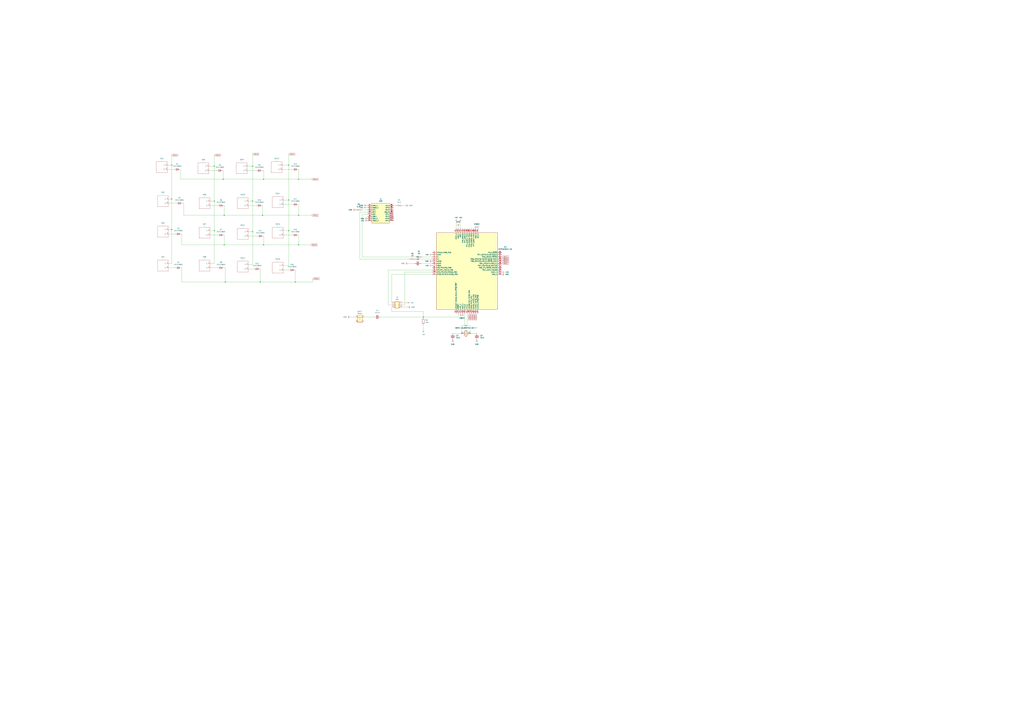
<source format=kicad_sch>
(kicad_sch (version 20250114) (generator "eeschema") (generator_version "9.0")
  (paper "A0")
  (lib_symbols
    (symbol "Atmega32u4:ATMEGA32U4-AU"
      (property "Reference" "IC" (at 77.47 27.94 0))
      (property "Value" "ATMEGA32U4-AU" (at 77.47 25.4 0))
      (symbol "ATMEGA32U4-AU_1_1"
        (rectangle (start 5.08 22.86) (end 76.2 -66.04) (stroke (width 0.254)) (fill (type background)))
        (pin passive line (at 0 0 0) (length 5.08) (name "(INT.6/AIN0)_PE6") (number "1"))
        (pin passive line (at 0 -2.54 0) (length 5.08) (name "UVCC") (number "2"))
        (pin passive line (at 0 -5.08 0) (length 5.08) (name "D-") (number "3"))
        (pin passive line (at 0 -7.62 0) (length 5.08) (name "D+") (number "4"))
        (pin passive line (at 0 -10.16 0) (length 5.08) (name "UGND") (number "5"))
        (pin passive line (at 0 -12.7 0) (length 5.08) (name "UCAP") (number "6"))
        (pin passive line (at 0 -15.24 0) (length 5.08) (name "VBUS") (number "7"))
        (pin passive line (at 0 -17.78 0) (length 5.08) (name "(SS/PCINT0)_PB0") (number "8"))
        (pin passive line (at 0 -20.32 0) (length 5.08) (name "(PCINT1/SCLK)_PB1") (number "9"))
        (pin passive line (at 0 -22.86 0) (length 5.08) (name "(PDI/PCINT2/MOSI)_PB2") (number "10"))
        (pin passive line (at 0 -25.4 0) (length 5.08) (name "(PDO/PCINT3/MISO)_PB3") (number "11"))
        (pin passive line (at 27.94 27.94 270) (length 5.08) (name "AVCC_2") (number "44"))
        (pin passive line (at 27.94 -71.12 90) (length 5.08) (name "(PCINT7/OC0A/OC1C/~{RTS)_PB7}") (number "12"))
        (pin passive line (at 30.48 27.94 270) (length 5.08) (name "GND_4") (number "43"))
        (pin passive line (at 30.48 -71.12 90) (length 5.08) (name "~{RESET}") (number "13"))
        (pin passive line (at 33.02 27.94 270) (length 5.08) (name "AREF") (number "42"))
        (pin passive line (at 33.02 -71.12 90) (length 5.08) (name "VCC_1") (number "14"))
        (pin passive line (at 35.56 27.94 270) (length 5.08) (name "PF0_(ADC0)") (number "41"))
        (pin passive line (at 35.56 -71.12 90) (length 5.08) (name "GND_1") (number "15"))
        (pin passive line (at 38.1 27.94 270) (length 5.08) (name "PF1_(ADC1)") (number "40"))
        (pin passive line (at 38.1 -71.12 90) (length 5.08) (name "XTAL2") (number "16"))
        (pin passive line (at 40.64 27.94 270) (length 5.08) (name "PF4_(ADC4/TCK)") (number "39"))
        (pin passive line (at 40.64 -71.12 90) (length 5.08) (name "XTAL1") (number "17"))
        (pin passive line (at 43.18 27.94 270) (length 5.08) (name "PF5_(ADC5/TMS)") (number "38"))
        (pin passive line (at 43.18 -71.12 90) (length 5.08) (name "(OC0B/SCL/INT0)_PD0") (number "18"))
        (pin passive line (at 45.72 27.94 270) (length 5.08) (name "PF6_(ADC6/TDO)") (number "37"))
        (pin passive line (at 45.72 -71.12 90) (length 5.08) (name "(SDA/INT1)_PD1") (number "19"))
        (pin passive line (at 48.26 27.94 270) (length 5.08) (name "PF7_(ADC7/TDI)") (number "36"))
        (pin passive line (at 48.26 -71.12 90) (length 5.08) (name "(RXD1/INT2)_PD2") (number "20"))
        (pin passive line (at 50.8 27.94 270) (length 5.08) (name "GND_3") (number "35"))
        (pin passive line (at 50.8 -71.12 90) (length 5.08) (name "(TXD1/INT3)_PD3") (number "21"))
        (pin passive line (at 53.34 27.94 270) (length 5.08) (name "VCC_2") (number "34"))
        (pin passive line (at 53.34 -71.12 90) (length 5.08) (name "(XCK1/~{CTS)_PD5}") (number "22"))
        (pin passive line (at 81.28 0 180) (length 5.08) (name "PE2_(~{HWB)}") (number "33"))
        (pin passive line (at 81.28 -2.54 180) (length 5.08) (name "PC7_(ICP3/CLK0/OC)4A") (number "32"))
        (pin passive line (at 81.28 -5.08 180) (length 5.08) (name "PC6_(OC3A/~{OC4A)}") (number "31"))
        (pin passive line (at 81.28 -7.62 180) (length 5.08) (name "PB6_(PCINT6/OC1B/OC4B/ADC)") (number "30"))
        (pin passive line (at 81.28 -10.16 180) (length 5.08) (name "PB5_(PCINT5/OC1A/~{OC4B}/ADC)") (number "29"))
        (pin passive line (at 81.28 -12.7 180) (length 5.08) (name "PB4_(PCINT4/ADC11)") (number "28"))
        (pin passive line (at 81.28 -15.24 180) (length 5.08) (name "PD7_(T0/OC4D/ADC10)") (number "27"))
        (pin passive line (at 81.28 -17.78 180) (length 5.08) (name "PD6_(T1/~{OC4D}/ADC9)") (number "26"))
        (pin passive line (at 81.28 -20.32 180) (length 5.08) (name "PD4_(ICP1/ADC8)") (number "25"))
        (pin passive line (at 81.28 -22.86 180) (length 5.08) (name "AVCC_1") (number "24"))
        (pin passive line (at 81.28 -25.4 180) (length 5.08) (name "GND_2") (number "23"))
      )
    )
    (symbol "Connector_Generic:Conn_02x03_Odd_Even" (pin_names (offset 1.016) (hide yes))
      (property "Reference" "J" (at 1.27 5.08 0))
      (property "Value" "Conn_02x03_Odd_Even" (at 1.27 -5.08 0))
      (symbol "Conn_02x03_Odd_Even_1_1"
        (rectangle (start -1.27 3.81) (end 3.81 -3.81) (stroke (width 0.254)) (fill (type background)))
        (rectangle (start -1.27 2.667) (end 0 2.413) (stroke (width 0.1524)))
        (rectangle (start -1.27 0.127) (end 0 -0.127) (stroke (width 0.1524)))
        (rectangle (start -1.27 -2.413) (end 0 -2.667) (stroke (width 0.1524)))
        (rectangle (start 3.81 2.667) (end 2.54 2.413) (stroke (width 0.1524)))
        (rectangle (start 3.81 0.127) (end 2.54 -0.127) (stroke (width 0.1524)))
        (rectangle (start 3.81 -2.413) (end 2.54 -2.667) (stroke (width 0.1524)))
        (pin passive line (at -5.08 2.54 0) (length 3.81) (name "Pin_1") (number "1"))
        (pin passive line (at -5.08 0 0) (length 3.81) (name "Pin_3") (number "3"))
        (pin passive line (at -5.08 -2.54 0) (length 3.81) (name "Pin_5") (number "5"))
        (pin passive line (at 7.62 2.54 180) (length 3.81) (name "Pin_2") (number "2"))
        (pin passive line (at 7.62 0 180) (length 3.81) (name "Pin_4") (number "4"))
        (pin passive line (at 7.62 -2.54 180) (length 3.81) (name "Pin_6") (number "6"))
      )
    )
    (symbol "Crystal ABM3-16.000MHZ-D2Y-T:ABM3-16.000MHZ-D2Y-T" (pin_names (hide yes))
      (property "Reference" "Y" (at 8.89 6.35 0))
      (property "Value" "ABM3-16.000MHZ-D2Y-T" (at 8.89 3.81 0))
      (symbol "ABM3-16.000MHZ-D2Y-T_1_1"
        (polyline (pts (xy 3.048 2.54) (xy 3.048 -2.54)) (stroke (width 0.254)))
        (polyline (pts (xy 3.048 0) (xy 2.54 0)) (stroke (width 0.254)))
        (rectangle (start 4.064 3.556) (end 6.096 -3.556) (stroke (width 0.254)) (fill (type background)))
        (polyline (pts (xy 7.112 2.54) (xy 7.112 -2.54)) (stroke (width 0.254)))
        (polyline (pts (xy 7.112 0) (xy 7.62 0)) (stroke (width 0.254)))
        (pin passive line (at 0 0 0) (length 2.54) (name "1") (number "1"))
        (pin passive line (at 10.16 0 180) (length 2.54) (name "2") (number "2"))
      )
    )
    (symbol "Device:C" (pin_numbers (hide yes)) (pin_names (offset 0.254))
      (property "Reference" "C" (at 0.635 2.54 0))
      (property "Value" "C" (at 0.635 -2.54 0))
      (symbol "C_0_1"
        (polyline (pts (xy -2.032 0.762) (xy 2.032 0.762)) (stroke (width 0.508)))
        (polyline (pts (xy -2.032 -0.762) (xy 2.032 -0.762)) (stroke (width 0.508)))
      )
      (symbol "C_1_1"
        (pin passive line (at 0 3.81 270) (length 2.794) (name "~") (number "1"))
        (pin passive line (at 0 -3.81 90) (length 2.794) (name "~") (number "2"))
      )
    )
    (symbol "Device:R" (pin_numbers (hide yes)) (pin_names (offset 0))
      (property "Reference" "R" (at 2.032 0 90))
      (property "Value" "R" (at 0 0 90))
      (symbol "R_0_1"
        (rectangle (start -1.016 -2.54) (end 1.016 2.54) (stroke (width 0.254)))
      )
      (symbol "R_1_1"
        (pin passive line (at 0 3.81 270) (length 1.27) (name "~") (number "1"))
        (pin passive line (at 0 -3.81 90) (length 1.27) (name "~") (number "2"))
      )
    )
    (symbol "Device:R_US" (pin_numbers (hide yes)) (pin_names (offset 0))
      (property "Reference" "R" (at 2.54 0 90))
      (property "Value" "R_US" (at -2.54 0 90))
      (symbol "R_US_0_1"
        (polyline (pts (xy 0 2.286) (xy 0 2.54)))
        (polyline (pts (xy 0 2.286) (xy 1.016 1.905) (xy 0 1.524) (xy -1.016 1.143) (xy 0 0.762)))
        (polyline (pts (xy 0 0.762) (xy 1.016 0.381) (xy 0 0) (xy -1.016 -0.381) (xy 0 -0.762)))
        (polyline (pts (xy 0 -0.762) (xy 1.016 -1.143) (xy 0 -1.524) (xy -1.016 -1.905) (xy 0 -2.286)))
        (polyline (pts (xy 0 -2.286) (xy 0 -2.54)))
      )
      (symbol "R_US_1_1"
        (pin passive line (at 0 3.81 270) (length 1.27) (name "~") (number "1"))
        (pin passive line (at 0 -3.81 90) (length 1.27) (name "~") (number "2"))
      )
    )
    (symbol "Diode:1N4148WS" (pin_numbers (hide yes)) (pin_names (hide yes))
      (property "Reference" "D" (at 0 2.54 0))
      (property "Value" "1N4148WS" (at 0 -2.54 0))
      (symbol "1N4148WS_0_1"
        (polyline (pts (xy -1.27 1.27) (xy -1.27 -1.27)) (stroke (width 0.254)))
        (polyline (pts (xy 1.27 1.27) (xy 1.27 -1.27) (xy -1.27 0) (xy 1.27 1.27)) (stroke (width 0.254)))
        (polyline (pts (xy 1.27 0) (xy -1.27 0)))
      )
      (symbol "1N4148WS_1_1"
        (pin passive line (at -3.81 0 0) (length 2.54) (name "K") (number "1"))
        (pin passive line (at 3.81 0 180) (length 2.54) (name "A") (number "2"))
      )
    )
    (symbol "MX1A-G1NW_1"
      (property "Reference" "SW1" (at 0 10.16 0))
      (property "Value" "~" (at 0 7.62 0))
      (symbol "MX1A-G1NW_1_0_1"
        (rectangle (start -6.35 6.35) (end 6.35 -6.35))
      )
      (symbol "MX1A-G1NW_1_1_1"
        (pin passive line (at 6.35 2.54 180) (length 2.54) (name "1") (number "1"))
        (pin passive line (at 6.35 -2.54 180) (length 2.54) (name "2") (number "2"))
      )
    )
    (symbol "MX1A-G1NW_10"
      (property "Reference" "SW" (at 0 0 0))
      (symbol "MX1A-G1NW_10_0_1"
        (rectangle (start -6.35 6.35) (end 6.35 -6.35))
      )
      (symbol "MX1A-G1NW_10_1_1"
        (pin passive line (at 6.35 2.54 180) (length 2.54) (name "1") (number "1"))
        (pin passive line (at 6.35 -2.54 180) (length 2.54) (name "2") (number "2"))
      )
    )
    (symbol "MX1A-G1NW_11"
      (property "Reference" "SW" (at 0 0 0))
      (symbol "MX1A-G1NW_11_0_1"
        (rectangle (start -6.35 6.35) (end 6.35 -6.35))
      )
      (symbol "MX1A-G1NW_11_1_1"
        (pin passive line (at 6.35 2.54 180) (length 2.54) (name "1") (number "1"))
        (pin passive line (at 6.35 -2.54 180) (length 2.54) (name "2") (number "2"))
      )
    )
    (symbol "MX1A-G1NW_12"
      (property "Reference" "SW" (at 0 0 0))
      (symbol "MX1A-G1NW_12_0_1"
        (rectangle (start -6.35 6.35) (end 6.35 -6.35))
      )
      (symbol "MX1A-G1NW_12_1_1"
        (pin passive line (at 6.35 2.54 180) (length 2.54) (name "1") (number "1"))
        (pin passive line (at 6.35 -2.54 180) (length 2.54) (name "2") (number "2"))
      )
    )
    (symbol "MX1A-G1NW_13"
      (property "Reference" "SW" (at 0 0 0))
      (symbol "MX1A-G1NW_13_0_1"
        (rectangle (start -6.35 6.35) (end 6.35 -6.35))
      )
      (symbol "MX1A-G1NW_13_1_1"
        (pin passive line (at 6.35 2.54 180) (length 2.54) (name "1") (number "1"))
        (pin passive line (at 6.35 -2.54 180) (length 2.54) (name "2") (number "2"))
      )
    )
    (symbol "MX1A-G1NW_14"
      (property "Reference" "SW" (at 0 0 0))
      (symbol "MX1A-G1NW_14_0_1"
        (rectangle (start -6.35 6.35) (end 6.35 -6.35))
      )
      (symbol "MX1A-G1NW_14_1_1"
        (pin passive line (at 6.35 2.54 180) (length 2.54) (name "1") (number "1"))
        (pin passive line (at 6.35 -2.54 180) (length 2.54) (name "2") (number "2"))
      )
    )
    (symbol "MX1A-G1NW_15"
      (property "Reference" "SW" (at 0 0 0))
      (symbol "MX1A-G1NW_15_0_1"
        (rectangle (start -6.35 6.35) (end 6.35 -6.35))
      )
      (symbol "MX1A-G1NW_15_1_1"
        (pin passive line (at 6.35 2.54 180) (length 2.54) (name "1") (number "1"))
        (pin passive line (at 6.35 -2.54 180) (length 2.54) (name "2") (number "2"))
      )
    )
    (symbol "MX1A-G1NW_2"
      (property "Reference" "SW" (at 0 0 0))
      (symbol "MX1A-G1NW_2_0_1"
        (rectangle (start -6.35 6.35) (end 6.35 -6.35))
      )
      (symbol "MX1A-G1NW_2_1_1"
        (pin passive line (at 6.35 2.54 180) (length 2.54) (name "1") (number "1"))
        (pin passive line (at 6.35 -2.54 180) (length 2.54) (name "2") (number "2"))
      )
    )
    (symbol "MX1A-G1NW_3"
      (property "Reference" "SW" (at 0 0 0))
      (symbol "MX1A-G1NW_3_0_1"
        (rectangle (start -6.35 6.35) (end 6.35 -6.35))
      )
      (symbol "MX1A-G1NW_3_1_1"
        (pin passive line (at 6.35 2.54 180) (length 2.54) (name "1") (number "1"))
        (pin passive line (at 6.35 -2.54 180) (length 2.54) (name "2") (number "2"))
      )
    )
    (symbol "MX1A-G1NW_4"
      (property "Reference" "SW" (at 0 0 0))
      (symbol "MX1A-G1NW_4_0_1"
        (rectangle (start -6.35 6.35) (end 6.35 -6.35))
      )
      (symbol "MX1A-G1NW_4_1_1"
        (pin passive line (at 6.35 2.54 180) (length 2.54) (name "1") (number "1"))
        (pin passive line (at 6.35 -2.54 180) (length 2.54) (name "2") (number "2"))
      )
    )
    (symbol "MX1A-G1NW_5"
      (property "Reference" "SW" (at 0 0 0))
      (symbol "MX1A-G1NW_5_0_1"
        (rectangle (start -6.35 6.35) (end 6.35 -6.35))
      )
      (symbol "MX1A-G1NW_5_1_1"
        (pin passive line (at 6.35 2.54 180) (length 2.54) (name "1") (number "1"))
        (pin passive line (at 6.35 -2.54 180) (length 2.54) (name "2") (number "2"))
      )
    )
    (symbol "MX1A-G1NW_6"
      (property "Reference" "SW" (at 0 0 0))
      (symbol "MX1A-G1NW_6_0_1"
        (rectangle (start -6.35 6.35) (end 6.35 -6.35))
      )
      (symbol "MX1A-G1NW_6_1_1"
        (pin passive line (at 6.35 2.54 180) (length 2.54) (name "1") (number "1"))
        (pin passive line (at 6.35 -2.54 180) (length 2.54) (name "2") (number "2"))
      )
    )
    (symbol "MX1A-G1NW_7"
      (property "Reference" "SW" (at 0 0 0))
      (symbol "MX1A-G1NW_7_0_1"
        (rectangle (start -6.35 6.35) (end 6.35 -6.35))
      )
      (symbol "MX1A-G1NW_7_1_1"
        (pin passive line (at 6.35 2.54 180) (length 2.54) (name "1") (number "1"))
        (pin passive line (at 6.35 -2.54 180) (length 2.54) (name "2") (number "2"))
      )
    )
    (symbol "MX1A-G1NW_8"
      (property "Reference" "SW" (at 0 0 0))
      (symbol "MX1A-G1NW_8_0_1"
        (rectangle (start -6.35 6.35) (end 6.35 -6.35))
      )
      (symbol "MX1A-G1NW_8_1_1"
        (pin passive line (at 6.35 2.54 180) (length 2.54) (name "1") (number "1"))
        (pin passive line (at 6.35 -2.54 180) (length 2.54) (name "2") (number "2"))
      )
    )
    (symbol "MX1A-G1NW_9"
      (property "Reference" "SW" (at 0 0 0))
      (symbol "MX1A-G1NW_9_0_1"
        (rectangle (start -6.35 6.35) (end 6.35 -6.35))
      )
      (symbol "MX1A-G1NW_9_1_1"
        (pin passive line (at 6.35 2.54 180) (length 2.54) (name "1") (number "1"))
        (pin passive line (at 6.35 -2.54 180) (length 2.54) (name "2") (number "2"))
      )
    )
    (symbol "Switch:SW_Push_Open_Dual" (pin_names (offset 1.016) (hide yes))
      (property "Reference" "SW" (at 0 3.81 0))
      (property "Value" "SW_Push_Open_Dual" (at 0 -7.62 0))
      (symbol "SW_Push_Open_Dual_0_1"
        (circle (center -2.032 0) (radius 0.508))
        (circle (center -2.032 -5.08) (radius 0.508))
        (polyline (pts (xy 0 -0.635) (xy 0 1.143)))
        (polyline (pts (xy 0 -1.397) (xy 0 -0.889)))
        (polyline (pts (xy 0 -2.413) (xy 0 -1.905)))
        (polyline (pts (xy 0 -3.429) (xy 0 -2.921)))
        (polyline (pts (xy 0 -3.937) (xy 0 -4.445)))
        (polyline (pts (xy 0 -4.953) (xy 0 -5.461)))
        (circle (center 2.032 0) (radius 0.508))
        (circle (center 2.032 -5.08) (radius 0.508))
        (polyline (pts (xy 2.54 -0.635) (xy -2.54 -0.635)))
        (polyline (pts (xy 2.54 -5.715) (xy -2.54 -5.715)))
        (pin passive line (at -5.08 0 0) (length 2.54) (name "1") (number "1"))
        (pin passive line (at -5.08 -5.08 0) (length 2.54) (name "3") (number "3"))
        (pin passive line (at 5.08 0 180) (length 2.54) (name "2") (number "2"))
        (pin passive line (at 5.08 -5.08 180) (length 2.54) (name "4") (number "4"))
      )
      (symbol "SW_Push_Open_Dual_1_1"
        (rectangle (start -3.175 1.905) (end 3.175 -6.35) (fill (type background)))
      )
    )
    (symbol "USB Connectors Type C:UJ20-C-H-G-SMT-5-P16-TR"
      (property "Reference" "J" (at 26.67 7.62 0))
      (property "Value" "UJ20-C-H-G-SMT-5-P16-TR" (at 26.67 5.08 0))
      (symbol "UJ20-C-H-G-SMT-5-P16-TR_1_1"
        (rectangle (start 5.08 2.54) (end 25.4 -20.32) (stroke (width 0.254)) (fill (type background)))
        (pin passive line (at 0 0 0) (length 5.08) (name "GND_1") (number "A1"))
        (pin passive line (at 0 -2.54 0) (length 5.08) (name "VBUS_1") (number "A4"))
        (pin passive line (at 0 -5.08 0) (length 5.08) (name "CC1") (number "A5"))
        (pin passive line (at 0 -7.62 0) (length 5.08) (name "DP1") (number "A6"))
        (pin passive line (at 0 -10.16 0) (length 5.08) (name "DN1") (number "A7"))
        (pin passive line (at 0 -12.7 0) (length 5.08) (name "SBU1") (number "A8"))
        (pin passive line (at 0 -15.24 0) (length 5.08) (name "GND_2") (number "B1"))
        (pin passive line (at 0 -17.78 0) (length 5.08) (name "VBUS_2") (number "B4"))
        (pin passive line (at 30.48 0 180) (length 5.08) (name "CC2") (number "B5"))
        (pin passive line (at 30.48 -2.54 180) (length 5.08) (name "DP2") (number "B6"))
        (pin passive line (at 30.48 -5.08 180) (length 5.08) (name "DN2") (number "B7"))
        (pin passive line (at 30.48 -7.62 180) (length 5.08) (name "SBU2") (number "B8"))
        (pin passive line (at 30.48 -10.16 180) (length 5.08) (name "MP1") (number "MP1"))
        (pin passive line (at 30.48 -12.7 180) (length 5.08) (name "MP2") (number "MP2"))
        (pin passive line (at 30.48 -15.24 180) (length 5.08) (name "MP3") (number "MP3"))
        (pin passive line (at 30.48 -17.78 180) (length 5.08) (name "MP4") (number "MP4"))
      )
    )
    (symbol "cherry_mx_key:MX1A-G1NW"
      (property "Reference" "SW" (at 0 0 0))
      (symbol "MX1A-G1NW_0_1"
        (rectangle (start -6.35 6.35) (end 6.35 -6.35))
      )
      (symbol "MX1A-G1NW_1_1"
        (pin passive line (at 6.35 2.54 180) (length 2.54) (name "1") (number "1"))
        (pin passive line (at 6.35 -2.54 180) (length 2.54) (name "2") (number "2"))
      )
    )
    (symbol "power:+5V" (power) (pin_numbers (hide yes)) (pin_names (offset 0) (hide yes))
      (property "Value" "+5V" (at 0 3.556 0))
      (symbol "+5V_0_1"
        (polyline (pts (xy -0.762 1.27) (xy 0 2.54)))
        (polyline (pts (xy 0 2.54) (xy 0.762 1.27)))
        (polyline (pts (xy 0 0) (xy 0 2.54)))
      )
      (symbol "+5V_1_1"
        (pin power_in line (at 0 0 90) (length 0) (name "~") (number "1"))
      )
    )
    (symbol "power:GND" (power) (pin_numbers (hide yes)) (pin_names (offset 0) (hide yes))
      (property "Value" "GND" (at 0 -3.81 0))
      (symbol "GND_0_1"
        (polyline (pts (xy 0 0) (xy 0 -1.27) (xy 1.27 -1.27) (xy 0 -2.54) (xy -1.27 -1.27) (xy 0 -1.27)))
      )
      (symbol "GND_1_1"
        (pin power_in line (at 0 0 270) (length 0) (name "~") (number "1"))
      )
    )
  )
  (junction (at 535.94 387.35))
  (junction (at 260.35 284.48))
  (junction (at 261.62 327.66))
  (junction (at 306.07 284.48))
  (junction (at 342.9 327.66))
  (junction (at 346.71 284.48))
  (junction (at 335.28 191.77))
  (junction (at 260.35 250.19))
  (junction (at 248.92 267.97))
  (junction (at 199.39 231.14))
  (junction (at 259.08 208.28))
  (junction (at 199.39 266.7))
  (junction (at 491.49 368.3))
  (junction (at 335.28 267.97))
  (junction (at 546.1 387.35))
  (junction (at 248.92 233.68))
  (junction (at 293.37 269.24))
  (junction (at 302.26 327.66))
  (junction (at 199.39 191.77))
  (junction (at 304.8 250.19))
  (junction (at 248.92 193.04))
  (junction (at 346.71 250.19))
  (junction (at 306.07 208.28))
  (junction (at 293.37 193.04))
  (junction (at 335.28 232.41))
  (junction (at 346.71 208.28))
  (junction (at 293.37 233.68))
  (wire (pts (xy 346.71 250.19) (xy 361.95 250.19)))
  (wire (pts (xy 195.58 311.15) (xy 203.2 311.15)))
  (wire (pts (xy 469.9 316.23) (xy 469.9 354.33)))
  (wire (pts (xy 288.29 274.32) (xy 298.45 274.32)))
  (wire (pts (xy 261.62 311.15) (xy 261.62 327.66)))
  (wire (pts (xy 293.37 233.68) (xy 293.37 269.24)))
  (wire (pts (xy 490.22 298.45) (xy 501.65 298.45)))
  (wire (pts (xy 346.71 196.85) (xy 346.71 208.28)))
  (wire (pts (xy 467.36 238.76) (xy 471.17 238.76)))
  (wire (pts (xy 248.92 180.34) (xy 248.92 193.04)))
  (wire (pts (xy 213.36 236.22) (xy 213.36 250.19)))
  (wire (pts (xy 525.78 387.35) (xy 535.94 387.35)))
  (wire (pts (xy 209.55 208.28) (xy 259.08 208.28)))
  (wire (pts (xy 450.85 313.69) (xy 450.85 354.33)))
  (wire (pts (xy 542.29 378.46) (xy 546.1 378.46)))
  (wire (pts (xy 328.93 232.41) (xy 335.28 232.41)))
  (wire (pts (xy 288.29 312.42) (xy 294.64 312.42)))
  (wire (pts (xy 539.75 378.46) (xy 535.94 378.46)))
  (wire (pts (xy 243.84 311.15) (xy 252.73 311.15)))
  (wire (pts (xy 242.57 198.12) (xy 251.46 198.12)))
  (wire (pts (xy 199.39 266.7) (xy 199.39 306.07)))
  (wire (pts (xy 474.98 300.99) (xy 417.83 300.99)))
  (wire (pts (xy 293.37 307.34) (xy 288.29 307.34)))
  (wire (pts (xy 260.35 250.19) (xy 304.8 250.19)))
  (wire (pts (xy 441.96 368.3) (xy 491.49 368.3)))
  (wire (pts (xy 259.08 198.12) (xy 259.08 208.28)))
  (wire (pts (xy 467.36 356.87) (xy 473.71 356.87)))
  (wire (pts (xy 304.8 250.19) (xy 346.71 250.19)))
  (wire (pts (xy 420.37 243.84) (xy 426.72 243.84)))
  (wire (pts (xy 425.45 241.3) (xy 426.72 241.3)))
  (wire (pts (xy 209.55 196.85) (xy 209.55 208.28)))
  (wire (pts (xy 328.93 267.97) (xy 335.28 267.97)))
  (wire (pts (xy 260.35 311.15) (xy 261.62 311.15)))
  (wire (pts (xy 454.66 318.77) (xy 501.65 318.77)))
  (wire (pts (xy 363.22 323.85) (xy 363.22 327.66)))
  (wire (pts (xy 199.39 180.34) (xy 199.39 191.77)))
  (wire (pts (xy 532.13 364.49) (xy 532.13 368.3)))
  (wire (pts (xy 199.39 231.14) (xy 199.39 266.7)))
  (wire (pts (xy 248.92 193.04) (xy 248.92 233.68)))
  (wire (pts (xy 306.07 198.12) (xy 306.07 208.28)))
  (wire (pts (xy 473.71 306.07) (xy 481.33 306.07)))
  (wire (pts (xy 243.84 267.97) (xy 248.92 267.97)))
  (wire (pts (xy 293.37 179.07) (xy 293.37 193.04)))
  (wire (pts (xy 306.07 274.32) (xy 306.07 284.48)))
  (wire (pts (xy 542.29 364.49) (xy 542.29 378.46)))
  (wire (pts (xy 260.35 284.48) (xy 306.07 284.48)))
  (wire (pts (xy 210.82 327.66) (xy 261.62 327.66)))
  (wire (pts (xy 454.66 356.87) (xy 454.66 361.95)))
  (wire (pts (xy 346.71 208.28) (xy 361.95 208.28)))
  (wire (pts (xy 546.1 387.35) (xy 553.72 387.35)))
  (wire (pts (xy 248.92 306.07) (xy 243.84 306.07)))
  (wire (pts (xy 346.71 284.48) (xy 360.68 284.48)))
  (wire (pts (xy 491.49 361.95) (xy 491.49 368.3)))
  (wire (pts (xy 288.29 238.76) (xy 297.18 238.76)))
  (wire (pts (xy 242.57 193.04) (xy 248.92 193.04)))
  (wire (pts (xy 335.28 267.97) (xy 335.28 308.61)))
  (wire (pts (xy 482.6 298.45) (xy 420.37 298.45)))
  (wire (pts (xy 417.83 246.38) (xy 426.72 246.38)))
  (wire (pts (xy 539.75 364.49) (xy 539.75 378.46)))
  (wire (pts (xy 293.37 269.24) (xy 293.37 307.34)))
  (wire (pts (xy 467.36 351.79) (xy 472.44 351.79)))
  (wire (pts (xy 457.2 238.76) (xy 459.74 238.76)))
  (wire (pts (xy 346.71 237.49) (xy 346.71 250.19)))
  (wire (pts (xy 210.82 284.48) (xy 260.35 284.48)))
  (wire (pts (xy 243.84 233.68) (xy 248.92 233.68)))
  (wire (pts (xy 194.31 196.85) (xy 201.93 196.85)))
  (wire (pts (xy 546.1 378.46) (xy 546.1 387.35)))
  (wire (pts (xy 260.35 238.76) (xy 260.35 250.19)))
  (wire (pts (xy 491.49 377.19) (xy 491.49 383.54)))
  (wire (pts (xy 469.9 354.33) (xy 467.36 354.33)))
  (wire (pts (xy 259.08 208.28) (xy 306.07 208.28)))
  (wire (pts (xy 422.91 368.3) (xy 434.34 368.3)))
  (wire (pts (xy 306.07 208.28) (xy 346.71 208.28)))
  (wire (pts (xy 342.9 327.66) (xy 363.22 327.66)))
  (wire (pts (xy 327.66 191.77) (xy 335.28 191.77)))
  (wire (pts (xy 488.95 306.07) (xy 501.65 306.07)))
  (wire (pts (xy 210.82 271.78) (xy 210.82 284.48)))
  (wire (pts (xy 243.84 273.05) (xy 252.73 273.05)))
  (wire (pts (xy 213.36 250.19) (xy 260.35 250.19)))
  (wire (pts (xy 420.37 298.45) (xy 420.37 248.92)))
  (wire (pts (xy 335.28 179.07) (xy 335.28 191.77)))
  (wire (pts (xy 261.62 327.66) (xy 302.26 327.66)))
  (wire (pts (xy 260.35 273.05) (xy 260.35 284.48)))
  (wire (pts (xy 501.65 313.69) (xy 450.85 313.69)))
  (wire (pts (xy 335.28 191.77) (xy 335.28 232.41)))
  (wire (pts (xy 535.94 378.46) (xy 535.94 387.35)))
  (wire (pts (xy 425.45 238.76) (xy 426.72 238.76)))
  (wire (pts (xy 199.39 306.07) (xy 195.58 306.07)))
  (wire (pts (xy 482.6 300.99) (xy 501.65 300.99)))
  (wire (pts (xy 199.39 191.77) (xy 199.39 231.14)))
  (wire (pts (xy 534.67 257.81) (xy 534.67 265.43)))
  (wire (pts (xy 248.92 267.97) (xy 248.92 306.07)))
  (wire (pts (xy 243.84 238.76) (xy 252.73 238.76)))
  (wire (pts (xy 287.02 193.04) (xy 293.37 193.04)))
  (wire (pts (xy 335.28 308.61) (xy 328.93 308.61)))
  (wire (pts (xy 199.39 231.14) (xy 195.58 231.14)))
  (wire (pts (xy 532.13 368.3) (xy 491.49 368.3)))
  (wire (pts (xy 306.07 284.48) (xy 346.71 284.48)))
  (wire (pts (xy 529.59 257.81) (xy 529.59 265.43)))
  (wire (pts (xy 302.26 327.66) (xy 342.9 327.66)))
  (wire (pts (xy 304.8 238.76) (xy 304.8 250.19)))
  (wire (pts (xy 327.66 196.85) (xy 339.09 196.85)))
  (wire (pts (xy 417.83 300.99) (xy 417.83 246.38)))
  (wire (pts (xy 532.13 262.89) (xy 532.13 265.43)))
  (wire (pts (xy 210.82 311.15) (xy 210.82 327.66)))
  (wire (pts (xy 342.9 313.69) (xy 342.9 327.66)))
  (wire (pts (xy 450.85 354.33) (xy 454.66 354.33)))
  (wire (pts (xy 248.92 233.68) (xy 248.92 267.97)))
  (wire (pts (xy 302.26 312.42) (xy 302.26 327.66)))
  (wire (pts (xy 346.71 273.05) (xy 346.71 284.48)))
  (wire (pts (xy 454.66 351.79) (xy 454.66 318.77)))
  (wire (pts (xy 420.37 248.92) (xy 426.72 248.92)))
  (wire (pts (xy 195.58 271.78) (xy 203.2 271.78)))
  (wire (pts (xy 288.29 269.24) (xy 293.37 269.24)))
  (wire (pts (xy 328.93 313.69) (xy 335.28 313.69)))
  (wire (pts (xy 195.58 236.22) (xy 204.47 236.22)))
  (wire (pts (xy 335.28 232.41) (xy 335.28 267.97)))
  (wire (pts (xy 491.49 368.3) (xy 491.49 369.57)))
  (wire (pts (xy 454.66 361.95) (xy 491.49 361.95)))
  (wire (pts (xy 288.29 233.68) (xy 293.37 233.68)))
  (wire (pts (xy 328.93 237.49) (xy 339.09 237.49)))
  (wire (pts (xy 406.4 368.3) (xy 412.75 368.3)))
  (wire (pts (xy 501.65 316.23) (xy 469.9 316.23)))
  (wire (pts (xy 287.02 198.12) (xy 297.18 198.12)))
  (wire (pts (xy 194.31 191.77) (xy 199.39 191.77)))
  (wire (pts (xy 293.37 193.04) (xy 293.37 233.68)))
  (wire (pts (xy 212.09 236.22) (xy 213.36 236.22)))
  (wire (pts (xy 195.58 266.7) (xy 199.39 266.7)))
  (wire (pts (xy 304.8 198.12) (xy 306.07 198.12)))
  (wire (pts (xy 328.93 273.05) (xy 339.09 273.05)))
  (global_label "ROW1" (shape input) (at 361.95 208.28 0) (property "Intersheetrefs" "${INTERSHEET_REFS}" (effects (hide yes))))
  (global_label "ROW1" (shape input) (at 582.93 306.07 0) (property "Intersheetrefs" "${INTERSHEET_REFS}" (effects (hide yes))))
  (global_label "COL3" (shape input) (at 293.37 179.07 0) (property "Intersheetrefs" "${INTERSHEET_REFS}" (effects (hide yes))))
  (global_label "COL2" (shape input) (at 547.37 364.49 270) (property "Intersheetrefs" "${INTERSHEET_REFS}" (effects (hide yes))))
  (global_label "COL1" (shape input) (at 199.39 180.34 0) (property "Intersheetrefs" "${INTERSHEET_REFS}" (effects (hide yes))))
  (global_label "COL3" (shape input) (at 549.91 364.49 270) (property "Intersheetrefs" "${INTERSHEET_REFS}" (effects (hide yes))))
  (global_label "COL2" (shape input) (at 248.92 180.34 0) (property "Intersheetrefs" "${INTERSHEET_REFS}" (effects (hide yes))))
  (global_label "COL4" (shape input) (at 552.45 364.49 270) (property "Intersheetrefs" "${INTERSHEET_REFS}" (effects (hide yes))))
  (global_label "ROW4" (shape input) (at 363.22 323.85 0) (property "Intersheetrefs" "${INTERSHEET_REFS}" (effects (hide yes))))
  (global_label "ROW2" (shape input) (at 361.95 250.19 0) (property "Intersheetrefs" "${INTERSHEET_REFS}" (effects (hide yes))))
  (global_label "ROW3" (shape input) (at 360.68 284.48 0) (property "Intersheetrefs" "${INTERSHEET_REFS}" (effects (hide yes))))
  (global_label "ROW2" (shape input) (at 582.93 303.53 0) (property "Intersheetrefs" "${INTERSHEET_REFS}" (effects (hide yes))))
  (global_label "COL1" (shape input) (at 544.83 364.49 270) (property "Intersheetrefs" "${INTERSHEET_REFS}" (effects (hide yes))))
  (global_label "COL4" (shape input) (at 335.28 179.07 0) (property "Intersheetrefs" "${INTERSHEET_REFS}" (effects (hide yes))))
  (global_label "ROW4" (shape input) (at 582.93 298.45 0) (property "Intersheetrefs" "${INTERSHEET_REFS}" (effects (hide yes))))
  (global_label "ROW3" (shape input) (at 582.93 300.99 0) (property "Intersheetrefs" "${INTERSHEET_REFS}" (effects (hide yes))))
  (symbol (lib_id "Diode:1N4148WS") (at 256.54 273.05 180) (unit 1)
    (property "Reference" "D7" (at 256.54 266.7 0))
    (property "Value" "1N4148WS" (at 256.54 269.24 0))
    (property "Footprint" "Diode_SMD:D_SOD-323" (effects (hide yes)))
    (property "Datasheet" "https://www.vishay.com/docs/85751/1n4148ws.pdf" (effects (hide yes)))
    (property "Description" "75V 0.15A Fast switching Diode, SOD-323" (effects (hide yes)))
    (property "Sim.Device" "D" (effects (hide yes)))
    (property "Sim.Pins" "1=K 2=A" (effects (hide yes)))
  )
  (symbol (lib_id "Connector_Generic:Conn_02x03_Odd_Even") (at 459.74 354.33 0) (unit 1)
    (property "Reference" "J2" (at 461.01 345.44 0))
    (property "Value" "ISP" (at 461.01 347.98 0))
    (property "Footprint" "Connector_PinHeader_2.54mm:PinHeader_2x03_P2.54mm_Vertical" (effects (hide yes)))
    (property "Description" "Generic connector, double row, 02x03, odd/even pin numbering scheme (row 1 odd numbers, row 2 even numbers), script generated (kicad-library-utils/schlib/autogen/connector/)" (effects (hide yes)))
  )
  (symbol (lib_id "Diode:1N4148WS") (at 342.9 237.49 180) (unit 1)
    (property "Reference" "D14" (at 342.9 231.14 0))
    (property "Value" "1N4148WS" (at 342.9 233.68 0))
    (property "Footprint" "Diode_SMD:D_SOD-323" (effects (hide yes)))
    (property "Datasheet" "https://www.vishay.com/docs/85751/1n4148ws.pdf" (effects (hide yes)))
    (property "Description" "75V 0.15A Fast switching Diode, SOD-323" (effects (hide yes)))
    (property "Sim.Device" "D" (effects (hide yes)))
    (property "Sim.Pins" "1=K 2=A" (effects (hide yes)))
  )
  (symbol (lib_id "Diode:1N4148WS") (at 298.45 312.42 180) (unit 1)
    (property "Reference" "D12" (at 298.45 306.07 0))
    (property "Value" "1N4148WS" (at 298.45 308.61 0))
    (property "Footprint" "Diode_SMD:D_SOD-323" (effects (hide yes)))
    (property "Datasheet" "https://www.vishay.com/docs/85751/1n4148ws.pdf" (effects (hide yes)))
    (property "Description" "75V 0.15A Fast switching Diode, SOD-323" (effects (hide yes)))
    (property "Sim.Device" "D" (effects (hide yes)))
    (property "Sim.Pins" "1=K 2=A" (effects (hide yes)))
  )
  (symbol (lib_id "Diode:1N4148WS") (at 342.9 273.05 180) (unit 1)
    (property "Reference" "D15" (at 342.9 266.7 0))
    (property "Value" "1N4148WS" (at 342.9 269.24 0))
    (property "Footprint" "Diode_SMD:D_SOD-323" (effects (hide yes)))
    (property "Datasheet" "https://www.vishay.com/docs/85751/1n4148ws.pdf" (effects (hide yes)))
    (property "Description" "75V 0.15A Fast switching Diode, SOD-323" (effects (hide yes)))
    (property "Sim.Device" "D" (effects (hide yes)))
    (property "Sim.Pins" "1=K 2=A" (effects (hide yes)))
  )
  (symbol (lib_id "Diode:1N4148WS") (at 256.54 238.76 180) (unit 1)
    (property "Reference" "D6" (at 256.54 232.41 0))
    (property "Value" "1N4148WS" (at 256.54 234.95 0))
    (property "Footprint" "Diode_SMD:D_SOD-323" (effects (hide yes)))
    (property "Datasheet" "https://www.vishay.com/docs/85751/1n4148ws.pdf" (effects (hide yes)))
    (property "Description" "75V 0.15A Fast switching Diode, SOD-323" (effects (hide yes)))
    (property "Sim.Device" "D" (effects (hide yes)))
    (property "Sim.Pins" "1=K 2=A" (effects (hide yes)))
  )
  (symbol (lib_id "power:GND") (at 525.78 394.97 0) (unit 1)
    (property "Reference" "#PWR021" (effects (hide yes)))
    (property "Value" "GND" (at 525.78 400.05 0))
    (property "Description" "Power symbol creates a global label with name \"GND\" , ground" (effects (hide yes)))
  )
  (symbol (lib_id "Crystal ABM3-16.000MHZ-D2Y-T:ABM3-16.000MHZ-D2Y-T") (at 535.94 387.35 0) (unit 1)
    (property "Reference" "Y1" (at 541.02 378.46 0))
    (property "Value" "ABM3-16.000MHZ-D2Y-T" (at 541.02 381 0))
    (property "Footprint" "Library Dir:ABM3" (effects (hide yes)))
    (property "Datasheet" "https://abracon.com/Resonators/abm3.pdf" (effects (hide yes)))
    (property "Description" "16 MHz +/-20ppm Crystal 18pF 40 Ohms 2-SMD, No Lead" (effects (hide yes)))
    (property "Height" "1.3" (effects (hide yes)))
    (property "Mouser Part Number" "815-ABM3-16-D2Y-T" (effects (hide yes)))
    (property "Mouser Price/Stock" "https://www.mouser.co.uk/ProductDetail/ABRACON/ABM3-16.000MHZ-D2Y-T?qs=ihRgKfnEsN66T7SnvB1%2FxQ%3D%3D" (effects (hide yes)))
    (property "Manufacturer_Name" "ABRACON" (effects (hide yes)))
    (property "Manufacturer_Part_Number" "ABM3-16.000MHZ-D2Y-T" (effects (hide yes)))
  )
  (symbol (lib_id "Diode:1N4148WS") (at 342.9 196.85 180) (unit 1)
    (property "Reference" "D13" (at 342.9 190.5 0))
    (property "Value" "1N4148WS" (at 342.9 193.04 0))
    (property "Footprint" "Diode_SMD:D_SOD-323" (effects (hide yes)))
    (property "Datasheet" "https://www.vishay.com/docs/85751/1n4148ws.pdf" (effects (hide yes)))
    (property "Description" "75V 0.15A Fast switching Diode, SOD-323" (effects (hide yes)))
    (property "Sim.Device" "D" (effects (hide yes)))
    (property "Sim.Pins" "1=K 2=A" (effects (hide yes)))
  )
  (symbol (lib_id "Device:C") (at 553.72 391.16 0) (unit 1)
    (property "Reference" "C3" (at 557.53 389.8899 0) (effects (justify left)))
    (property "Value" "22uf" (at 557.53 392.4299 0) (effects (justify left)))
    (property "Footprint" "Capacitor_SMD:C_0805_2012Metric" (effects (hide yes)))
    (property "Description" "Unpolarized capacitor" (effects (hide yes)))
  )
  (symbol (lib_id "Diode:1N4148WS") (at 255.27 198.12 180) (unit 1)
    (property "Reference" "D5" (at 255.27 191.77 0))
    (property "Value" "1N4148WS" (at 255.27 194.31 0))
    (property "Footprint" "Diode_SMD:D_SOD-323" (effects (hide yes)))
    (property "Datasheet" "https://www.vishay.com/docs/85751/1n4148ws.pdf" (effects (hide yes)))
    (property "Description" "75V 0.15A Fast switching Diode, SOD-323" (effects (hide yes)))
    (property "Sim.Device" "D" (effects (hide yes)))
    (property "Sim.Pins" "1=K 2=A" (effects (hide yes)))
  )
  (symbol (lib_id "USB Connectors Type C:UJ20-C-H-G-SMT-5-P16-TR") (at 426.72 238.76 0) (unit 1)
    (property "Reference" "J1" (at 441.96 231.14 0))
    (property "Value" "USB" (at 441.96 233.68 0))
    (property "Footprint" "Library Dir:UJ20CHGSMT5P16TR" (effects (hide yes)))
    (property "Datasheet" "https://www.sameskydevices.com/product/resource/uj20-c-h-g-smt-5-p16-tr.pdf" (effects (hide yes)))
    (property "Description" "Type C, USB 2.0, 480 Mbps, 48 Vac, 5 A, Horizontal, Gold Plated 3u, Surface Mount with post, 16 pin, USB Receptacle" (effects (hide yes)))
    (property "Height" "3.41" (effects (hide yes)))
    (property "Mouser Part Number" "179-UJ20CHGSMT5P16TR" (effects (hide yes)))
    (property "Mouser Price/Stock" "https://www.mouser.co.uk/ProductDetail/Same-Sky/UJ20-C-H-G-SMT-5-P16-TR?qs=IKkN%2F947nfD2hE8asV9%252BEg%3D%3D" (effects (hide yes)))
    (property "Manufacturer_Name" "Same Sky" (effects (hide yes)))
    (property "Manufacturer_Part_Number" "UJ20-C-H-G-SMT-5-P16-TR" (effects (hide yes)))
  )
  (symbol (lib_id "Device:R_US") (at 486.41 298.45 90) (unit 1)
    (property "Reference" "R1" (at 486.41 292.1 90))
    (property "Value" "22" (at 486.41 294.64 90))
    (property "Footprint" "Resistor_SMD:R_0805_2012Metric" (effects (hide yes)))
    (property "Description" "Resistor, US symbol" (effects (hide yes)))
  )
  (symbol (lib_id "Diode:1N4148WS") (at 300.99 198.12 180) (unit 1)
    (property "Reference" "D9" (at 300.99 191.77 0))
    (property "Value" "1N4148WS" (at 300.99 194.31 0))
    (property "Footprint" "Diode_SMD:D_SOD-323" (effects (hide yes)))
    (property "Datasheet" "https://www.vishay.com/docs/85751/1n4148ws.pdf" (effects (hide yes)))
    (property "Description" "75V 0.15A Fast switching Diode, SOD-323" (effects (hide yes)))
    (property "Sim.Device" "D" (effects (hide yes)))
    (property "Sim.Pins" "1=K 2=A" (effects (hide yes)))
  )
  (symbol (lib_name "MX1A-G1NW_14") (lib_id "cherry_mx_key:MX1A-G1NW") (at 322.58 270.51 0) (unit 1)
    (property "Reference" "SW15" (at 322.58 260.35 0))
    (property "Value" "~" (at 322.58 262.89 0))
    (property "Footprint" "Library Dir:CherryMX_1.00u_PCB" (effects (hide yes)))
  )
  (symbol (lib_name "MX1A-G1NW_11") (lib_id "cherry_mx_key:MX1A-G1NW") (at 281.94 309.88 0) (unit 1)
    (property "Reference" "SW12" (at 281.94 299.72 0))
    (property "Value" "~" (at 281.94 302.26 0))
    (property "Footprint" "Library Dir:CherryMX_1.00u_PCB" (effects (hide yes)))
  )
  (symbol (lib_id "power:+5V") (at 472.44 351.79 270) (unit 1)
    (property "Reference" "#PWR022" (effects (hide yes)))
    (property "Value" "+5V" (at 476.25 351.7899 90) (effects (justify left)))
    (property "Description" "Power symbol creates a global label with name \"+5V\"" (effects (hide yes)))
  )
  (symbol (lib_id "power:GND") (at 537.21 364.49 0) (unit 1)
    (property "Reference" "#PWR06" (effects (hide yes)))
    (property "Value" "GND" (at 537.21 369.57 0))
    (property "Description" "Power symbol creates a global label with name \"GND\" , ground" (effects (hide yes)))
  )
  (symbol (lib_name "MX1A-G1NW_5") (lib_id "cherry_mx_key:MX1A-G1NW") (at 237.49 308.61 0) (unit 1)
    (property "Reference" "SW8" (at 237.49 298.45 0))
    (property "Value" "~" (at 237.49 300.99 0))
    (property "Footprint" "Library Dir:CherryMX_1.00u_PCB" (effects (hide yes)))
  )
  (symbol (lib_id "Diode:1N4148WS") (at 339.09 313.69 180) (unit 1)
    (property "Reference" "D16" (at 339.09 307.34 0))
    (property "Value" "1N4148WS" (at 339.09 309.88 0))
    (property "Footprint" "Diode_SMD:D_SOD-323" (effects (hide yes)))
    (property "Datasheet" "https://www.vishay.com/docs/85751/1n4148ws.pdf" (effects (hide yes)))
    (property "Description" "75V 0.15A Fast switching Diode, SOD-323" (effects (hide yes)))
    (property "Sim.Device" "D" (effects (hide yes)))
    (property "Sim.Pins" "1=K 2=A" (effects (hide yes)))
  )
  (symbol (lib_id "Device:C") (at 525.78 391.16 0) (unit 1)
    (property "Reference" "C2" (at 529.59 389.8899 0) (effects (justify left)))
    (property "Value" "22uf" (at 529.59 392.4299 0) (effects (justify left)))
    (property "Footprint" "Capacitor_SMD:C_0805_2012Metric" (effects (hide yes)))
    (property "Description" "Unpolarized capacitor" (effects (hide yes)))
  )
  (symbol (lib_id "power:GND") (at 473.71 356.87 90) (unit 1)
    (property "Reference" "#PWR023" (effects (hide yes)))
    (property "Value" "GND" (at 477.52 356.8699 90) (effects (justify right)))
    (property "Description" "Power symbol creates a global label with name \"GND\" , ground" (effects (hide yes)))
  )
  (symbol (lib_id "Diode:1N4148WS") (at 302.26 274.32 180) (unit 1)
    (property "Reference" "D11" (at 302.26 267.97 0))
    (property "Value" "1N4148WS" (at 302.26 270.51 0))
    (property "Footprint" "Diode_SMD:D_SOD-323" (effects (hide yes)))
    (property "Datasheet" "https://www.vishay.com/docs/85751/1n4148ws.pdf" (effects (hide yes)))
    (property "Description" "75V 0.15A Fast switching Diode, SOD-323" (effects (hide yes)))
    (property "Sim.Device" "D" (effects (hide yes)))
    (property "Sim.Pins" "1=K 2=A" (effects (hide yes)))
  )
  (symbol (lib_id "power:GND") (at 473.71 306.07 270) (unit 1)
    (property "Reference" "#PWR019" (effects (hide yes)))
    (property "Value" "GND" (at 469.9 306.0699 90) (effects (justify right)))
    (property "Description" "Power symbol creates a global label with name \"GND\" , ground" (effects (hide yes)))
  )
  (symbol (lib_name "MX1A-G1NW_10") (lib_id "cherry_mx_key:MX1A-G1NW") (at 281.94 236.22 0) (unit 1)
    (property "Reference" "SW10" (at 281.94 226.06 0))
    (property "Value" "~" (at 281.94 228.6 0))
    (property "Footprint" "Library Dir:CherryMX_1.00u_PCB" (effects (hide yes)))
  )
  (symbol (lib_id "power:GND") (at 552.45 265.43 180) (unit 1)
    (property "Reference" "#PWR08" (effects (hide yes)))
    (property "Value" "GND" (at 552.45 260.35 0))
    (property "Description" "Power symbol creates a global label with name \"GND\" , ground" (effects (hide yes)))
  )
  (symbol (lib_id "power:+5V") (at 491.49 383.54 180) (unit 1)
    (property "Reference" "#PWR024" (effects (hide yes)))
    (property "Value" "+5V" (at 491.49 388.62 0))
    (property "Description" "Power symbol creates a global label with name \"+5V\"" (effects (hide yes)))
  )
  (symbol (lib_id "power:+5V") (at 501.65 308.61 90) (unit 1)
    (property "Reference" "#PWR018" (effects (hide yes)))
    (property "Value" "+5V" (at 497.84 308.6099 90) (effects (justify left)))
    (property "Description" "Power symbol creates a global label with name \"+5V\"" (effects (hide yes)))
  )
  (symbol (lib_name "MX1A-G1NW_12") (lib_id "cherry_mx_key:MX1A-G1NW") (at 281.94 271.78 0) (unit 1)
    (property "Reference" "SW11" (at 281.94 261.62 0))
    (property "Value" "~" (at 281.94 264.16 0))
    (property "Footprint" "Library Dir:CherryMX_1.00u_PCB" (effects (hide yes)))
  )
  (symbol (lib_id "Atmega32u4:ATMEGA32U4-AU") (at 501.65 293.37 0) (unit 1)
    (property "Reference" "IC1" (at 586.74 286.9498 0))
    (property "Value" "ATMEGA32U4-AU" (at 586.74 289.4898 0))
    (property "Footprint" "Library Dir:QFP80P1200X1200X120-44N" (effects (hide yes)))
    (property "Datasheet" "http://www.atmel.com/images/atmel-7766-8-bit-avr-atmega16u4-32u4_summary.pdf" (effects (hide yes)))
    (property "Description" "MCU AVR 32K FLASH 16MHZ 44-TQFP Atmel ATMEGA32U4-AU, 8bit AVR Microcontroller, 16MHz, 1 kB, 32 kB Flash, 44-Pin TQFP" (effects (hide yes)))
    (property "Height" "1.2" (effects (hide yes)))
    (property "Mouser Part Number" "556-ATMEGA32U4-AU" (effects (hide yes)))
    (property "Mouser Price/Stock" "https://www.mouser.co.uk/ProductDetail/Microchip-Technology/ATMEGA32U4-AU?qs=SSucg2PyLi7mKWjHIsNJ3w%3D%3D" (effects (hide yes)))
    (property "Manufacturer_Name" "Microchip" (effects (hide yes)))
    (property "Manufacturer_Part_Number" "ATMEGA32U4-AU" (effects (hide yes)))
  )
  (symbol (lib_id "power:+5V") (at 426.72 256.54 90) (unit 1)
    (property "Reference" "#PWR016" (effects (hide yes)))
    (property "Value" "+5V" (at 422.91 256.5399 90) (effects (justify left)))
    (property "Description" "Power symbol creates a global label with name \"+5V\"" (effects (hide yes)))
  )
  (symbol (lib_id "power:+5V") (at 534.67 364.49 180) (unit 1)
    (property "Reference" "#PWR013" (effects (hide yes)))
    (property "Value" "+5V" (at 534.67 369.57 0))
    (property "Description" "Power symbol creates a global label with name \"+5V\"" (effects (hide yes)))
  )
  (symbol (lib_id "power:+5V") (at 534.67 257.81 0) (unit 1)
    (property "Reference" "#PWR017" (effects (hide yes)))
    (property "Value" "+5V" (at 534.67 252.73 0))
    (property "Description" "Power symbol creates a global label with name \"+5V\"" (effects (hide yes)))
  )
  (symbol (lib_name "MX1A-G1NW_15") (lib_id "cherry_mx_key:MX1A-G1NW") (at 322.58 234.95 0) (unit 1)
    (property "Reference" "SW14" (at 322.58 224.79 0))
    (property "Value" "~" (at 322.58 227.33 0))
    (property "Footprint" "Library Dir:CherryMX_1.00u_PCB" (effects (hide yes)))
  )
  (symbol (lib_id "Diode:1N4148WS") (at 208.28 236.22 180) (unit 1)
    (property "Reference" "D2" (at 208.28 229.87 0))
    (property "Value" "1N4148WS" (at 208.28 232.41 0))
    (property "Footprint" "Diode_SMD:D_SOD-323" (effects (hide yes)))
    (property "Datasheet" "https://www.vishay.com/docs/85751/1n4148ws.pdf" (effects (hide yes)))
    (property "Description" "75V 0.15A Fast switching Diode, SOD-323" (effects (hide yes)))
    (property "Sim.Device" "D" (effects (hide yes)))
    (property "Sim.Pins" "1=K 2=A" (effects (hide yes)))
  )
  (symbol (lib_id "Diode:1N4148WS") (at 256.54 311.15 180) (unit 1)
    (property "Reference" "D8" (at 256.54 304.8 0))
    (property "Value" "1N4148WS" (at 256.54 307.34 0))
    (property "Footprint" "Diode_SMD:D_SOD-323" (effects (hide yes)))
    (property "Datasheet" "https://www.vishay.com/docs/85751/1n4148ws.pdf" (effects (hide yes)))
    (property "Description" "75V 0.15A Fast switching Diode, SOD-323" (effects (hide yes)))
    (property "Sim.Device" "D" (effects (hide yes)))
    (property "Sim.Pins" "1=K 2=A" (effects (hide yes)))
  )
  (symbol (lib_id "Diode:1N4148WS") (at 300.99 238.76 180) (unit 1)
    (property "Reference" "D10" (at 300.99 232.41 0))
    (property "Value" "1N4148WS" (at 300.99 234.95 0))
    (property "Footprint" "Diode_SMD:D_SOD-323" (effects (hide yes)))
    (property "Datasheet" "https://www.vishay.com/docs/85751/1n4148ws.pdf" (effects (hide yes)))
    (property "Description" "75V 0.15A Fast switching Diode, SOD-323" (effects (hide yes)))
    (property "Sim.Device" "D" (effects (hide yes)))
    (property "Sim.Pins" "1=K 2=A" (effects (hide yes)))
  )
  (symbol (lib_id "power:GND") (at 426.72 254 270) (unit 1)
    (property "Reference" "#PWR04" (effects (hide yes)))
    (property "Value" "GND" (at 422.91 253.9999 90) (effects (justify right)))
    (property "Description" "Power symbol creates a global label with name \"GND\" , ground" (effects (hide yes)))
  )
  (symbol (lib_name "MX1A-G1NW_1") (lib_id "cherry_mx_key:MX1A-G1NW") (at 187.96 194.31 0) (unit 1)
    (property "Reference" "SW1" (at 187.96 184.15 0))
    (property "Value" "~" (at 187.96 186.69 0))
    (property "Footprint" "Library Dir:CherryMX_1.00u_PCB" (effects (hide yes)))
  )
  (symbol (lib_id "power:+5V") (at 501.65 295.91 90) (unit 1)
    (property "Reference" "#PWR014" (effects (hide yes)))
    (property "Value" "+5V" (at 497.84 295.9099 90) (effects (justify left)))
    (property "Description" "Power symbol creates a global label with name \"+5V\"" (effects (hide yes)))
  )
  (symbol (lib_id "power:GND") (at 425.45 238.76 270) (unit 1)
    (property "Reference" "#PWR03" (effects (hide yes)))
    (property "Value" "GND" (at 421.64 238.7599 90) (effects (justify right)))
    (property "Description" "Power symbol creates a global label with name \"GND\" , ground" (effects (hide yes)))
  )
  (symbol (lib_name "MX1A-G1NW_13") (lib_id "cherry_mx_key:MX1A-G1NW") (at 322.58 311.15 0) (unit 1)
    (property "Reference" "SW16" (at 322.58 300.99 0))
    (property "Value" "~" (at 322.58 303.53 0))
    (property "Footprint" "Library Dir:CherryMX_1.00u_PCB" (effects (hide yes)))
  )
  (symbol (lib_id "power:+5V") (at 582.93 316.23 270) (unit 1)
    (property "Reference" "#PWR012" (effects (hide yes)))
    (property "Value" "+5V" (at 586.74 316.2299 90) (effects (justify left)))
    (property "Description" "Power symbol creates a global label with name \"+5V\"" (effects (hide yes)))
  )
  (symbol (lib_id "power:GND") (at 532.13 262.89 180) (unit 1)
    (property "Reference" "#PWR09" (effects (hide yes)))
    (property "Value" "GND" (at 532.13 257.81 0))
    (property "Description" "Power symbol creates a global label with name \"GND\" , ground" (effects (hide yes)))
  )
  (symbol (lib_name "MX1A-G1NW_9") (lib_id "cherry_mx_key:MX1A-G1NW") (at 280.67 195.58 0) (unit 1)
    (property "Reference" "SW9" (at 280.67 185.42 0))
    (property "Value" "~" (at 280.67 187.96 0))
    (property "Footprint" "Library Dir:CherryMX_1.00u_PCB" (effects (hide yes)))
  )
  (symbol (lib_name "MX1A-G1NW_8") (lib_id "cherry_mx_key:MX1A-G1NW") (at 236.22 195.58 0) (unit 1)
    (property "Reference" "SW5" (at 236.22 185.42 0))
    (property "Value" "~" (at 236.22 187.96 0))
    (property "Footprint" "Library Dir:CherryMX_1.00u_PCB" (effects (hide yes)))
  )
  (symbol (lib_name "MX1A-G1NW_3") (lib_id "cherry_mx_key:MX1A-G1NW") (at 189.23 269.24 0) (unit 1)
    (property "Reference" "SW3" (at 189.23 259.08 0))
    (property "Value" "~" (at 189.23 261.62 0))
    (property "Footprint" "Library Dir:CherryMX_1.00u_PCB" (effects (hide yes)))
  )
  (symbol (lib_id "Device:R_US") (at 463.55 238.76 90) (unit 1)
    (property "Reference" "R4" (at 463.55 232.41 90))
    (property "Value" "5.1k" (at 463.55 234.95 90))
    (property "Footprint" "Resistor_SMD:R_0805_2012Metric" (effects (hide yes)))
    (property "Description" "Resistor, US symbol" (effects (hide yes)))
  )
  (symbol (lib_id "Device:R") (at 491.49 373.38 0) (unit 1)
    (property "Reference" "R5" (at 494.03 372.1099 0) (effects (justify left)))
    (property "Value" "10k" (at 494.03 374.6499 0) (effects (justify left)))
    (property "Footprint" "Resistor_SMD:R_0805_2012Metric" (effects (hide yes)))
    (property "Description" "Resistor" (effects (hide yes)))
  )
  (symbol (lib_id "cherry_mx_key:MX1A-G1NW") (at 321.31 194.31 0) (unit 1)
    (property "Reference" "SW13" (at 321.31 184.15 0))
    (property "Value" "~" (at 321.31 186.69 0))
    (property "Footprint" "Library Dir:CherryMX_1.00u_PCB" (effects (hide yes)))
  )
  (symbol (lib_id "Switch:SW_Push_Open_Dual") (at 417.83 368.3 0) (unit 1)
    (property "Reference" "SW17" (at 417.83 361.95 0))
    (property "Value" "Reset" (at 417.83 364.49 0))
    (property "Footprint" "Button_Switch_SMD:SW_MEC_5GSH9" (effects (hide yes)))
    (property "Description" "Push button switch, normally closed, generic, four pins" (effects (hide yes)))
  )
  (symbol (lib_id "Device:C") (at 438.15 368.3 270) (unit 1)
    (property "Reference" "C4" (at 438.15 360.68 90))
    (property "Value" "0.1uf" (at 438.15 363.22 90))
    (property "Footprint" "Capacitor_SMD:C_0805_2012Metric" (effects (hide yes)))
    (property "Description" "Unpolarized capacitor" (effects (hide yes)))
  )
  (symbol (lib_id "Device:C") (at 485.14 306.07 90) (unit 1)
    (property "Reference" "C1" (at 485.14 298.45 90))
    (property "Value" "1uf" (at 485.14 300.99 90))
    (property "Footprint" "Capacitor_SMD:C_0805_2012Metric" (effects (hide yes)))
    (property "Description" "Unpolarized capacitor" (effects (hide yes)))
  )
  (symbol (lib_id "Diode:1N4148WS") (at 205.74 196.85 180) (unit 1)
    (property "Reference" "D1" (at 205.74 190.5 0))
    (property "Value" "1N4148WS" (at 205.74 193.04 0))
    (property "Footprint" "Diode_SMD:D_SOD-323" (effects (hide yes)))
    (property "Datasheet" "https://www.vishay.com/docs/85751/1n4148ws.pdf" (effects (hide yes)))
    (property "Description" "75V 0.15A Fast switching Diode, SOD-323" (effects (hide yes)))
    (property "Sim.Device" "D" (effects (hide yes)))
    (property "Sim.Pins" "1=K 2=A" (effects (hide yes)))
  )
  (symbol (lib_name "MX1A-G1NW_2") (lib_id "cherry_mx_key:MX1A-G1NW") (at 189.23 233.68 0) (unit 1)
    (property "Reference" "SW2" (at 189.23 223.52 0))
    (property "Value" "~" (at 189.23 226.06 0))
    (property "Footprint" "Library Dir:CherryMX_1.00u_PCB" (effects (hide yes)))
  )
  (symbol (lib_id "power:GND") (at 412.75 243.84 270) (unit 1)
    (property "Reference" "#PWR02" (effects (hide yes)))
    (property "Value" "GND" (at 408.94 243.8399 90) (effects (justify right)))
    (property "Description" "Power symbol creates a global label with name \"GND\" , ground" (effects (hide yes)))
  )
  (symbol (lib_id "power:GND") (at 553.72 394.97 0) (unit 1)
    (property "Reference" "#PWR020" (effects (hide yes)))
    (property "Value" "GND" (at 553.72 400.05 0))
    (property "Description" "Power symbol creates a global label with name \"GND\" , ground" (effects (hide yes)))
  )
  (symbol (lib_name "MX1A-G1NW_6") (lib_id "cherry_mx_key:MX1A-G1NW") (at 237.49 270.51 0) (unit 1)
    (property "Reference" "SW7" (at 237.49 260.35 0))
    (property "Value" "~" (at 237.49 262.89 0))
    (property "Footprint" "Library Dir:CherryMX_1.00u_PCB" (effects (hide yes)))
  )
  (symbol (lib_id "power:+5V") (at 529.59 257.81 0) (unit 1)
    (property "Reference" "#PWR010" (effects (hide yes)))
    (property "Value" "+5V" (at 529.59 252.73 0))
    (property "Description" "Power symbol creates a global label with name \"+5V\"" (effects (hide yes)))
  )
  (symbol (lib_id "Diode:1N4148WS") (at 207.01 271.78 180) (unit 1)
    (property "Reference" "D3" (at 207.01 265.43 0))
    (property "Value" "1N4148WS" (at 207.01 267.97 0))
    (property "Footprint" "Diode_SMD:D_SOD-323" (effects (hide yes)))
    (property "Datasheet" "https://www.vishay.com/docs/85751/1n4148ws.pdf" (effects (hide yes)))
    (property "Description" "75V 0.15A Fast switching Diode, SOD-323" (effects (hide yes)))
    (property "Sim.Device" "D" (effects (hide yes)))
    (property "Sim.Pins" "1=K 2=A" (effects (hide yes)))
  )
  (symbol (lib_id "power:+5V") (at 554.99 265.43 0) (unit 1)
    (property "Reference" "#PWR011" (effects (hide yes)))
    (property "Value" "+5V" (at 554.99 260.35 0))
    (property "Description" "Power symbol creates a global label with name \"+5V\"" (effects (hide yes)))
  )
  (symbol (lib_id "Diode:1N4148WS") (at 207.01 311.15 180) (unit 1)
    (property "Reference" "D4" (at 207.01 304.8 0))
    (property "Value" "1N4148WS" (at 207.01 307.34 0))
    (property "Footprint" "Diode_SMD:D_SOD-323" (effects (hide yes)))
    (property "Datasheet" "https://www.vishay.com/docs/85751/1n4148ws.pdf" (effects (hide yes)))
    (property "Description" "75V 0.15A Fast switching Diode, SOD-323" (effects (hide yes)))
    (property "Sim.Device" "D" (effects (hide yes)))
    (property "Sim.Pins" "1=K 2=A" (effects (hide yes)))
  )
  (symbol (lib_name "MX1A-G1NW_7") (lib_id "cherry_mx_key:MX1A-G1NW") (at 237.49 236.22 0) (unit 1)
    (property "Reference" "SW6" (at 237.49 226.06 0))
    (property "Value" "~" (at 237.49 228.6 0))
    (property "Footprint" "Library Dir:CherryMX_1.00u_PCB" (effects (hide yes)))
  )
  (symbol (lib_id "power:GND") (at 406.4 368.3 270) (unit 1)
    (property "Reference" "#PWR025" (effects (hide yes)))
    (property "Value" "GND" (at 402.59 368.2999 90) (effects (justify right)))
    (property "Description" "Power symbol creates a global label with name \"GND\" , ground" (effects (hide yes)))
  )
  (symbol (lib_id "power:+5V") (at 425.45 241.3 90) (unit 1)
    (property "Reference" "#PWR015" (effects (hide yes)))
    (property "Value" "+5V" (at 421.64 241.2999 90) (effects (justify left)))
    (property "Description" "Power symbol creates a global label with name \"+5V\"" (effects (hide yes)))
  )
  (symbol (lib_name "MX1A-G1NW_4") (lib_id "cherry_mx_key:MX1A-G1NW") (at 189.23 308.61 0) (unit 1)
    (property "Reference" "SW4" (at 189.23 298.45 0))
    (property "Value" "~" (at 189.23 300.99 0))
    (property "Footprint" "Library Dir:CherryMX_1.00u_PCB" (effects (hide yes)))
  )
  (symbol (lib_id "power:GND") (at 471.17 238.76 90) (unit 1)
    (property "Reference" "#PWR01" (effects (hide yes)))
    (property "Value" "GND" (at 474.98 238.7599 90) (effects (justify right)))
    (property "Description" "Power symbol creates a global label with name \"GND\" , ground" (effects (hide yes)))
  )
  (symbol (lib_id "power:GND") (at 582.93 318.77 90) (unit 1)
    (property "Reference" "#PWR07" (effects (hide yes)))
    (property "Value" "GND" (at 586.74 318.7699 90) (effects (justify right)))
    (property "Description" "Power symbol creates a global label with name \"GND\" , ground" (effects (hide yes)))
  )
  (symbol (lib_id "power:GND") (at 501.65 303.53 270) (unit 1)
    (property "Reference" "#PWR05" (effects (hide yes)))
    (property "Value" "GND" (at 497.84 303.5299 90) (effects (justify right)))
    (property "Description" "Power symbol creates a global label with name \"GND\" , ground" (effects (hide yes)))
  )
  (symbol (lib_id "Device:R_US") (at 416.56 243.84 90) (unit 1)
    (property "Reference" "R3" (at 416.56 237.49 90))
    (property "Value" "5.1k" (at 416.56 240.03 90))
    (property "Footprint" "Resistor_SMD:R_0805_2012Metric" (effects (hide yes)))
    (property "Description" "Resistor, US symbol" (effects (hide yes)))
  )
  (symbol (lib_id "Device:R_US") (at 478.79 300.99 90) (unit 1)
    (property "Reference" "R2" (at 478.79 294.64 90))
    (property "Value" "22" (at 478.79 297.18 90))
    (property "Footprint" "Resistor_SMD:R_0805_2012Metric" (effects (hide yes)))
    (property "Description" "Resistor, US symbol" (effects (hide yes)))
  )
)
</source>
